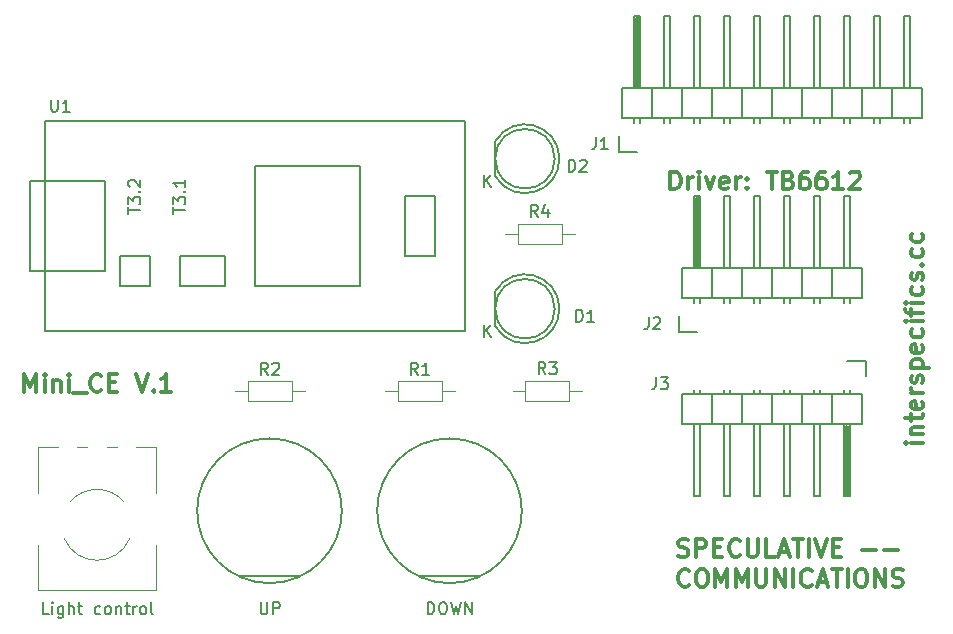
<source format=gbr>
G04 #@! TF.FileFunction,Legend,Top*
%FSLAX46Y46*%
G04 Gerber Fmt 4.6, Leading zero omitted, Abs format (unit mm)*
G04 Created by KiCad (PCBNEW 4.0.7) date 2018 April 09, Monday 11:43:40*
%MOMM*%
%LPD*%
G01*
G04 APERTURE LIST*
%ADD10C,0.100000*%
%ADD11C,0.300000*%
%ADD12C,0.150000*%
%ADD13C,0.120000*%
G04 APERTURE END LIST*
D10*
D11*
X149480002Y-103548571D02*
X149480002Y-102048571D01*
X149837145Y-102048571D01*
X150051430Y-102120000D01*
X150194288Y-102262857D01*
X150265716Y-102405714D01*
X150337145Y-102691429D01*
X150337145Y-102905714D01*
X150265716Y-103191429D01*
X150194288Y-103334286D01*
X150051430Y-103477143D01*
X149837145Y-103548571D01*
X149480002Y-103548571D01*
X150980002Y-103548571D02*
X150980002Y-102548571D01*
X150980002Y-102834286D02*
X151051430Y-102691429D01*
X151122859Y-102620000D01*
X151265716Y-102548571D01*
X151408573Y-102548571D01*
X151908573Y-103548571D02*
X151908573Y-102548571D01*
X151908573Y-102048571D02*
X151837144Y-102120000D01*
X151908573Y-102191429D01*
X151980001Y-102120000D01*
X151908573Y-102048571D01*
X151908573Y-102191429D01*
X152480002Y-102548571D02*
X152837145Y-103548571D01*
X153194287Y-102548571D01*
X154337144Y-103477143D02*
X154194287Y-103548571D01*
X153908573Y-103548571D01*
X153765716Y-103477143D01*
X153694287Y-103334286D01*
X153694287Y-102762857D01*
X153765716Y-102620000D01*
X153908573Y-102548571D01*
X154194287Y-102548571D01*
X154337144Y-102620000D01*
X154408573Y-102762857D01*
X154408573Y-102905714D01*
X153694287Y-103048571D01*
X155051430Y-103548571D02*
X155051430Y-102548571D01*
X155051430Y-102834286D02*
X155122858Y-102691429D01*
X155194287Y-102620000D01*
X155337144Y-102548571D01*
X155480001Y-102548571D01*
X155980001Y-103405714D02*
X156051429Y-103477143D01*
X155980001Y-103548571D01*
X155908572Y-103477143D01*
X155980001Y-103405714D01*
X155980001Y-103548571D01*
X155980001Y-102620000D02*
X156051429Y-102691429D01*
X155980001Y-102762857D01*
X155908572Y-102691429D01*
X155980001Y-102620000D01*
X155980001Y-102762857D01*
X157622858Y-102048571D02*
X158480001Y-102048571D01*
X158051430Y-103548571D02*
X158051430Y-102048571D01*
X159480001Y-102762857D02*
X159694287Y-102834286D01*
X159765715Y-102905714D01*
X159837144Y-103048571D01*
X159837144Y-103262857D01*
X159765715Y-103405714D01*
X159694287Y-103477143D01*
X159551429Y-103548571D01*
X158980001Y-103548571D01*
X158980001Y-102048571D01*
X159480001Y-102048571D01*
X159622858Y-102120000D01*
X159694287Y-102191429D01*
X159765715Y-102334286D01*
X159765715Y-102477143D01*
X159694287Y-102620000D01*
X159622858Y-102691429D01*
X159480001Y-102762857D01*
X158980001Y-102762857D01*
X161122858Y-102048571D02*
X160837144Y-102048571D01*
X160694287Y-102120000D01*
X160622858Y-102191429D01*
X160480001Y-102405714D01*
X160408572Y-102691429D01*
X160408572Y-103262857D01*
X160480001Y-103405714D01*
X160551429Y-103477143D01*
X160694287Y-103548571D01*
X160980001Y-103548571D01*
X161122858Y-103477143D01*
X161194287Y-103405714D01*
X161265715Y-103262857D01*
X161265715Y-102905714D01*
X161194287Y-102762857D01*
X161122858Y-102691429D01*
X160980001Y-102620000D01*
X160694287Y-102620000D01*
X160551429Y-102691429D01*
X160480001Y-102762857D01*
X160408572Y-102905714D01*
X162551429Y-102048571D02*
X162265715Y-102048571D01*
X162122858Y-102120000D01*
X162051429Y-102191429D01*
X161908572Y-102405714D01*
X161837143Y-102691429D01*
X161837143Y-103262857D01*
X161908572Y-103405714D01*
X161980000Y-103477143D01*
X162122858Y-103548571D01*
X162408572Y-103548571D01*
X162551429Y-103477143D01*
X162622858Y-103405714D01*
X162694286Y-103262857D01*
X162694286Y-102905714D01*
X162622858Y-102762857D01*
X162551429Y-102691429D01*
X162408572Y-102620000D01*
X162122858Y-102620000D01*
X161980000Y-102691429D01*
X161908572Y-102762857D01*
X161837143Y-102905714D01*
X164122857Y-103548571D02*
X163265714Y-103548571D01*
X163694286Y-103548571D02*
X163694286Y-102048571D01*
X163551429Y-102262857D01*
X163408571Y-102405714D01*
X163265714Y-102477143D01*
X164694285Y-102191429D02*
X164765714Y-102120000D01*
X164908571Y-102048571D01*
X165265714Y-102048571D01*
X165408571Y-102120000D01*
X165480000Y-102191429D01*
X165551428Y-102334286D01*
X165551428Y-102477143D01*
X165480000Y-102691429D01*
X164622857Y-103548571D01*
X165551428Y-103548571D01*
X94786429Y-120693571D02*
X94786429Y-119193571D01*
X95286429Y-120265000D01*
X95786429Y-119193571D01*
X95786429Y-120693571D01*
X96500715Y-120693571D02*
X96500715Y-119693571D01*
X96500715Y-119193571D02*
X96429286Y-119265000D01*
X96500715Y-119336429D01*
X96572143Y-119265000D01*
X96500715Y-119193571D01*
X96500715Y-119336429D01*
X97215001Y-119693571D02*
X97215001Y-120693571D01*
X97215001Y-119836429D02*
X97286429Y-119765000D01*
X97429287Y-119693571D01*
X97643572Y-119693571D01*
X97786429Y-119765000D01*
X97857858Y-119907857D01*
X97857858Y-120693571D01*
X98572144Y-120693571D02*
X98572144Y-119693571D01*
X98572144Y-119193571D02*
X98500715Y-119265000D01*
X98572144Y-119336429D01*
X98643572Y-119265000D01*
X98572144Y-119193571D01*
X98572144Y-119336429D01*
X98929287Y-120836429D02*
X100072144Y-120836429D01*
X101286430Y-120550714D02*
X101215001Y-120622143D01*
X101000715Y-120693571D01*
X100857858Y-120693571D01*
X100643573Y-120622143D01*
X100500715Y-120479286D01*
X100429287Y-120336429D01*
X100357858Y-120050714D01*
X100357858Y-119836429D01*
X100429287Y-119550714D01*
X100500715Y-119407857D01*
X100643573Y-119265000D01*
X100857858Y-119193571D01*
X101000715Y-119193571D01*
X101215001Y-119265000D01*
X101286430Y-119336429D01*
X101929287Y-119907857D02*
X102429287Y-119907857D01*
X102643573Y-120693571D02*
X101929287Y-120693571D01*
X101929287Y-119193571D01*
X102643573Y-119193571D01*
X104215001Y-119193571D02*
X104715001Y-120693571D01*
X105215001Y-119193571D01*
X105715001Y-120550714D02*
X105786429Y-120622143D01*
X105715001Y-120693571D01*
X105643572Y-120622143D01*
X105715001Y-120550714D01*
X105715001Y-120693571D01*
X107215001Y-120693571D02*
X106357858Y-120693571D01*
X106786430Y-120693571D02*
X106786430Y-119193571D01*
X106643573Y-119407857D01*
X106500715Y-119550714D01*
X106357858Y-119622143D01*
X170858571Y-125026428D02*
X169858571Y-125026428D01*
X169358571Y-125026428D02*
X169430000Y-125097857D01*
X169501429Y-125026428D01*
X169430000Y-124955000D01*
X169358571Y-125026428D01*
X169501429Y-125026428D01*
X169858571Y-124312142D02*
X170858571Y-124312142D01*
X170001429Y-124312142D02*
X169930000Y-124240714D01*
X169858571Y-124097856D01*
X169858571Y-123883571D01*
X169930000Y-123740714D01*
X170072857Y-123669285D01*
X170858571Y-123669285D01*
X169858571Y-123169285D02*
X169858571Y-122597856D01*
X169358571Y-122954999D02*
X170644286Y-122954999D01*
X170787143Y-122883571D01*
X170858571Y-122740713D01*
X170858571Y-122597856D01*
X170787143Y-121526428D02*
X170858571Y-121669285D01*
X170858571Y-121954999D01*
X170787143Y-122097856D01*
X170644286Y-122169285D01*
X170072857Y-122169285D01*
X169930000Y-122097856D01*
X169858571Y-121954999D01*
X169858571Y-121669285D01*
X169930000Y-121526428D01*
X170072857Y-121454999D01*
X170215714Y-121454999D01*
X170358571Y-122169285D01*
X170858571Y-120812142D02*
X169858571Y-120812142D01*
X170144286Y-120812142D02*
X170001429Y-120740714D01*
X169930000Y-120669285D01*
X169858571Y-120526428D01*
X169858571Y-120383571D01*
X170787143Y-119955000D02*
X170858571Y-119812143D01*
X170858571Y-119526428D01*
X170787143Y-119383571D01*
X170644286Y-119312143D01*
X170572857Y-119312143D01*
X170430000Y-119383571D01*
X170358571Y-119526428D01*
X170358571Y-119740714D01*
X170287143Y-119883571D01*
X170144286Y-119955000D01*
X170072857Y-119955000D01*
X169930000Y-119883571D01*
X169858571Y-119740714D01*
X169858571Y-119526428D01*
X169930000Y-119383571D01*
X169858571Y-118669285D02*
X171358571Y-118669285D01*
X169930000Y-118669285D02*
X169858571Y-118526428D01*
X169858571Y-118240714D01*
X169930000Y-118097857D01*
X170001429Y-118026428D01*
X170144286Y-117954999D01*
X170572857Y-117954999D01*
X170715714Y-118026428D01*
X170787143Y-118097857D01*
X170858571Y-118240714D01*
X170858571Y-118526428D01*
X170787143Y-118669285D01*
X170787143Y-116740714D02*
X170858571Y-116883571D01*
X170858571Y-117169285D01*
X170787143Y-117312142D01*
X170644286Y-117383571D01*
X170072857Y-117383571D01*
X169930000Y-117312142D01*
X169858571Y-117169285D01*
X169858571Y-116883571D01*
X169930000Y-116740714D01*
X170072857Y-116669285D01*
X170215714Y-116669285D01*
X170358571Y-117383571D01*
X170787143Y-115383571D02*
X170858571Y-115526428D01*
X170858571Y-115812142D01*
X170787143Y-115955000D01*
X170715714Y-116026428D01*
X170572857Y-116097857D01*
X170144286Y-116097857D01*
X170001429Y-116026428D01*
X169930000Y-115955000D01*
X169858571Y-115812142D01*
X169858571Y-115526428D01*
X169930000Y-115383571D01*
X170858571Y-114740714D02*
X169858571Y-114740714D01*
X169358571Y-114740714D02*
X169430000Y-114812143D01*
X169501429Y-114740714D01*
X169430000Y-114669286D01*
X169358571Y-114740714D01*
X169501429Y-114740714D01*
X169858571Y-114240714D02*
X169858571Y-113669285D01*
X170858571Y-114026428D02*
X169572857Y-114026428D01*
X169430000Y-113955000D01*
X169358571Y-113812142D01*
X169358571Y-113669285D01*
X170858571Y-113169285D02*
X169858571Y-113169285D01*
X169358571Y-113169285D02*
X169430000Y-113240714D01*
X169501429Y-113169285D01*
X169430000Y-113097857D01*
X169358571Y-113169285D01*
X169501429Y-113169285D01*
X170787143Y-111812142D02*
X170858571Y-111954999D01*
X170858571Y-112240713D01*
X170787143Y-112383571D01*
X170715714Y-112454999D01*
X170572857Y-112526428D01*
X170144286Y-112526428D01*
X170001429Y-112454999D01*
X169930000Y-112383571D01*
X169858571Y-112240713D01*
X169858571Y-111954999D01*
X169930000Y-111812142D01*
X170787143Y-111240714D02*
X170858571Y-111097857D01*
X170858571Y-110812142D01*
X170787143Y-110669285D01*
X170644286Y-110597857D01*
X170572857Y-110597857D01*
X170430000Y-110669285D01*
X170358571Y-110812142D01*
X170358571Y-111026428D01*
X170287143Y-111169285D01*
X170144286Y-111240714D01*
X170072857Y-111240714D01*
X169930000Y-111169285D01*
X169858571Y-111026428D01*
X169858571Y-110812142D01*
X169930000Y-110669285D01*
X170715714Y-109954999D02*
X170787143Y-109883571D01*
X170858571Y-109954999D01*
X170787143Y-110026428D01*
X170715714Y-109954999D01*
X170858571Y-109954999D01*
X170787143Y-108597856D02*
X170858571Y-108740713D01*
X170858571Y-109026427D01*
X170787143Y-109169285D01*
X170715714Y-109240713D01*
X170572857Y-109312142D01*
X170144286Y-109312142D01*
X170001429Y-109240713D01*
X169930000Y-109169285D01*
X169858571Y-109026427D01*
X169858571Y-108740713D01*
X169930000Y-108597856D01*
X170787143Y-107312142D02*
X170858571Y-107454999D01*
X170858571Y-107740713D01*
X170787143Y-107883571D01*
X170715714Y-107954999D01*
X170572857Y-108026428D01*
X170144286Y-108026428D01*
X170001429Y-107954999D01*
X169930000Y-107883571D01*
X169858571Y-107740713D01*
X169858571Y-107454999D01*
X169930000Y-107312142D01*
X150145714Y-134587143D02*
X150360000Y-134658571D01*
X150717143Y-134658571D01*
X150860000Y-134587143D01*
X150931429Y-134515714D01*
X151002857Y-134372857D01*
X151002857Y-134230000D01*
X150931429Y-134087143D01*
X150860000Y-134015714D01*
X150717143Y-133944286D01*
X150431429Y-133872857D01*
X150288571Y-133801429D01*
X150217143Y-133730000D01*
X150145714Y-133587143D01*
X150145714Y-133444286D01*
X150217143Y-133301429D01*
X150288571Y-133230000D01*
X150431429Y-133158571D01*
X150788571Y-133158571D01*
X151002857Y-133230000D01*
X151645714Y-134658571D02*
X151645714Y-133158571D01*
X152217142Y-133158571D01*
X152360000Y-133230000D01*
X152431428Y-133301429D01*
X152502857Y-133444286D01*
X152502857Y-133658571D01*
X152431428Y-133801429D01*
X152360000Y-133872857D01*
X152217142Y-133944286D01*
X151645714Y-133944286D01*
X153145714Y-133872857D02*
X153645714Y-133872857D01*
X153860000Y-134658571D02*
X153145714Y-134658571D01*
X153145714Y-133158571D01*
X153860000Y-133158571D01*
X155360000Y-134515714D02*
X155288571Y-134587143D01*
X155074285Y-134658571D01*
X154931428Y-134658571D01*
X154717143Y-134587143D01*
X154574285Y-134444286D01*
X154502857Y-134301429D01*
X154431428Y-134015714D01*
X154431428Y-133801429D01*
X154502857Y-133515714D01*
X154574285Y-133372857D01*
X154717143Y-133230000D01*
X154931428Y-133158571D01*
X155074285Y-133158571D01*
X155288571Y-133230000D01*
X155360000Y-133301429D01*
X156002857Y-133158571D02*
X156002857Y-134372857D01*
X156074285Y-134515714D01*
X156145714Y-134587143D01*
X156288571Y-134658571D01*
X156574285Y-134658571D01*
X156717143Y-134587143D01*
X156788571Y-134515714D01*
X156860000Y-134372857D01*
X156860000Y-133158571D01*
X158288572Y-134658571D02*
X157574286Y-134658571D01*
X157574286Y-133158571D01*
X158717143Y-134230000D02*
X159431429Y-134230000D01*
X158574286Y-134658571D02*
X159074286Y-133158571D01*
X159574286Y-134658571D01*
X159860000Y-133158571D02*
X160717143Y-133158571D01*
X160288572Y-134658571D02*
X160288572Y-133158571D01*
X161217143Y-134658571D02*
X161217143Y-133158571D01*
X161717143Y-133158571D02*
X162217143Y-134658571D01*
X162717143Y-133158571D01*
X163217143Y-133872857D02*
X163717143Y-133872857D01*
X163931429Y-134658571D02*
X163217143Y-134658571D01*
X163217143Y-133158571D01*
X163931429Y-133158571D01*
X165717143Y-134087143D02*
X166860000Y-134087143D01*
X167574286Y-134087143D02*
X168717143Y-134087143D01*
X151074286Y-137065714D02*
X151002857Y-137137143D01*
X150788571Y-137208571D01*
X150645714Y-137208571D01*
X150431429Y-137137143D01*
X150288571Y-136994286D01*
X150217143Y-136851429D01*
X150145714Y-136565714D01*
X150145714Y-136351429D01*
X150217143Y-136065714D01*
X150288571Y-135922857D01*
X150431429Y-135780000D01*
X150645714Y-135708571D01*
X150788571Y-135708571D01*
X151002857Y-135780000D01*
X151074286Y-135851429D01*
X152002857Y-135708571D02*
X152288571Y-135708571D01*
X152431429Y-135780000D01*
X152574286Y-135922857D01*
X152645714Y-136208571D01*
X152645714Y-136708571D01*
X152574286Y-136994286D01*
X152431429Y-137137143D01*
X152288571Y-137208571D01*
X152002857Y-137208571D01*
X151860000Y-137137143D01*
X151717143Y-136994286D01*
X151645714Y-136708571D01*
X151645714Y-136208571D01*
X151717143Y-135922857D01*
X151860000Y-135780000D01*
X152002857Y-135708571D01*
X153288572Y-137208571D02*
X153288572Y-135708571D01*
X153788572Y-136780000D01*
X154288572Y-135708571D01*
X154288572Y-137208571D01*
X155002858Y-137208571D02*
X155002858Y-135708571D01*
X155502858Y-136780000D01*
X156002858Y-135708571D01*
X156002858Y-137208571D01*
X156717144Y-135708571D02*
X156717144Y-136922857D01*
X156788572Y-137065714D01*
X156860001Y-137137143D01*
X157002858Y-137208571D01*
X157288572Y-137208571D01*
X157431430Y-137137143D01*
X157502858Y-137065714D01*
X157574287Y-136922857D01*
X157574287Y-135708571D01*
X158288573Y-137208571D02*
X158288573Y-135708571D01*
X159145716Y-137208571D01*
X159145716Y-135708571D01*
X159860002Y-137208571D02*
X159860002Y-135708571D01*
X161431431Y-137065714D02*
X161360002Y-137137143D01*
X161145716Y-137208571D01*
X161002859Y-137208571D01*
X160788574Y-137137143D01*
X160645716Y-136994286D01*
X160574288Y-136851429D01*
X160502859Y-136565714D01*
X160502859Y-136351429D01*
X160574288Y-136065714D01*
X160645716Y-135922857D01*
X160788574Y-135780000D01*
X161002859Y-135708571D01*
X161145716Y-135708571D01*
X161360002Y-135780000D01*
X161431431Y-135851429D01*
X162002859Y-136780000D02*
X162717145Y-136780000D01*
X161860002Y-137208571D02*
X162360002Y-135708571D01*
X162860002Y-137208571D01*
X163145716Y-135708571D02*
X164002859Y-135708571D01*
X163574288Y-137208571D02*
X163574288Y-135708571D01*
X164502859Y-137208571D02*
X164502859Y-135708571D01*
X165502859Y-135708571D02*
X165788573Y-135708571D01*
X165931431Y-135780000D01*
X166074288Y-135922857D01*
X166145716Y-136208571D01*
X166145716Y-136708571D01*
X166074288Y-136994286D01*
X165931431Y-137137143D01*
X165788573Y-137208571D01*
X165502859Y-137208571D01*
X165360002Y-137137143D01*
X165217145Y-136994286D01*
X165145716Y-136708571D01*
X165145716Y-136208571D01*
X165217145Y-135922857D01*
X165360002Y-135780000D01*
X165502859Y-135708571D01*
X166788574Y-137208571D02*
X166788574Y-135708571D01*
X167645717Y-137208571D01*
X167645717Y-135708571D01*
X168288574Y-137137143D02*
X168502860Y-137208571D01*
X168860003Y-137208571D01*
X169002860Y-137137143D01*
X169074289Y-137065714D01*
X169145717Y-136922857D01*
X169145717Y-136780000D01*
X169074289Y-136637143D01*
X169002860Y-136565714D01*
X168860003Y-136494286D01*
X168574289Y-136422857D01*
X168431431Y-136351429D01*
X168360003Y-136280000D01*
X168288574Y-136137143D01*
X168288574Y-135994286D01*
X168360003Y-135851429D01*
X168431431Y-135780000D01*
X168574289Y-135708571D01*
X168931431Y-135708571D01*
X169145717Y-135780000D01*
D12*
X150215000Y-115600000D02*
X151765000Y-115600000D01*
X150215000Y-114300000D02*
X150215000Y-115600000D01*
X151638000Y-110109000D02*
X151638000Y-104267000D01*
X151638000Y-104267000D02*
X151892000Y-104267000D01*
X151892000Y-104267000D02*
X151892000Y-110109000D01*
X151892000Y-110109000D02*
X151765000Y-110109000D01*
X151765000Y-110109000D02*
X151765000Y-104267000D01*
X151511000Y-112776000D02*
X151511000Y-113157000D01*
X152019000Y-112776000D02*
X152019000Y-113157000D01*
X154051000Y-112776000D02*
X154051000Y-113157000D01*
X154559000Y-112776000D02*
X154559000Y-113157000D01*
X156591000Y-112776000D02*
X156591000Y-113157000D01*
X157099000Y-112776000D02*
X157099000Y-113157000D01*
X164719000Y-112776000D02*
X164719000Y-113157000D01*
X164211000Y-112776000D02*
X164211000Y-113157000D01*
X162179000Y-112776000D02*
X162179000Y-113157000D01*
X161671000Y-112776000D02*
X161671000Y-113157000D01*
X159639000Y-112776000D02*
X159639000Y-113157000D01*
X159131000Y-112776000D02*
X159131000Y-113157000D01*
X150495000Y-112776000D02*
X150495000Y-110236000D01*
X153035000Y-112776000D02*
X153035000Y-110236000D01*
X153035000Y-112776000D02*
X155575000Y-112776000D01*
X155575000Y-112776000D02*
X155575000Y-110236000D01*
X154051000Y-110236000D02*
X154051000Y-104140000D01*
X154051000Y-104140000D02*
X154559000Y-104140000D01*
X154559000Y-104140000D02*
X154559000Y-110236000D01*
X155575000Y-110236000D02*
X153035000Y-110236000D01*
X153035000Y-110236000D02*
X150495000Y-110236000D01*
X152019000Y-104140000D02*
X152019000Y-110236000D01*
X151511000Y-104140000D02*
X152019000Y-104140000D01*
X151511000Y-110236000D02*
X151511000Y-104140000D01*
X153035000Y-112776000D02*
X153035000Y-110236000D01*
X150495000Y-112776000D02*
X153035000Y-112776000D01*
X160655000Y-112776000D02*
X160655000Y-110236000D01*
X160655000Y-112776000D02*
X163195000Y-112776000D01*
X163195000Y-112776000D02*
X163195000Y-110236000D01*
X161671000Y-110236000D02*
X161671000Y-104140000D01*
X161671000Y-104140000D02*
X162179000Y-104140000D01*
X162179000Y-104140000D02*
X162179000Y-110236000D01*
X163195000Y-110236000D02*
X160655000Y-110236000D01*
X165735000Y-110236000D02*
X163195000Y-110236000D01*
X164719000Y-104140000D02*
X164719000Y-110236000D01*
X164211000Y-104140000D02*
X164719000Y-104140000D01*
X164211000Y-110236000D02*
X164211000Y-104140000D01*
X165735000Y-112776000D02*
X165735000Y-110236000D01*
X163195000Y-112776000D02*
X165735000Y-112776000D01*
X163195000Y-112776000D02*
X163195000Y-110236000D01*
X158115000Y-112776000D02*
X158115000Y-110236000D01*
X158115000Y-112776000D02*
X160655000Y-112776000D01*
X160655000Y-112776000D02*
X160655000Y-110236000D01*
X159131000Y-110236000D02*
X159131000Y-104140000D01*
X159131000Y-104140000D02*
X159639000Y-104140000D01*
X159639000Y-104140000D02*
X159639000Y-110236000D01*
X160655000Y-110236000D02*
X158115000Y-110236000D01*
X158115000Y-110236000D02*
X155575000Y-110236000D01*
X157099000Y-104140000D02*
X157099000Y-110236000D01*
X156591000Y-104140000D02*
X157099000Y-104140000D01*
X156591000Y-110236000D02*
X156591000Y-104140000D01*
X158115000Y-112776000D02*
X158115000Y-110236000D01*
X155575000Y-112776000D02*
X158115000Y-112776000D01*
X155575000Y-112776000D02*
X155575000Y-110236000D01*
X145135000Y-100360000D02*
X146685000Y-100360000D01*
X145135000Y-99060000D02*
X145135000Y-100360000D01*
X146558000Y-94869000D02*
X146558000Y-89027000D01*
X146558000Y-89027000D02*
X146812000Y-89027000D01*
X146812000Y-89027000D02*
X146812000Y-94869000D01*
X146812000Y-94869000D02*
X146685000Y-94869000D01*
X146685000Y-94869000D02*
X146685000Y-89027000D01*
X164211000Y-97536000D02*
X164211000Y-97917000D01*
X164719000Y-97536000D02*
X164719000Y-97917000D01*
X166751000Y-97536000D02*
X166751000Y-97917000D01*
X167259000Y-97536000D02*
X167259000Y-97917000D01*
X169291000Y-97536000D02*
X169291000Y-97917000D01*
X169799000Y-97536000D02*
X169799000Y-97917000D01*
X146431000Y-97536000D02*
X146431000Y-97917000D01*
X146939000Y-97536000D02*
X146939000Y-97917000D01*
X148971000Y-97536000D02*
X148971000Y-97917000D01*
X149479000Y-97536000D02*
X149479000Y-97917000D01*
X151511000Y-97536000D02*
X151511000Y-97917000D01*
X152019000Y-97536000D02*
X152019000Y-97917000D01*
X162179000Y-97536000D02*
X162179000Y-97917000D01*
X161671000Y-97536000D02*
X161671000Y-97917000D01*
X159639000Y-97536000D02*
X159639000Y-97917000D01*
X159131000Y-97536000D02*
X159131000Y-97917000D01*
X157099000Y-97536000D02*
X157099000Y-97917000D01*
X156591000Y-97536000D02*
X156591000Y-97917000D01*
X154559000Y-97536000D02*
X154559000Y-97917000D01*
X154051000Y-97536000D02*
X154051000Y-97917000D01*
X160655000Y-97536000D02*
X160655000Y-94996000D01*
X160655000Y-97536000D02*
X163195000Y-97536000D01*
X163195000Y-97536000D02*
X163195000Y-94996000D01*
X161671000Y-94996000D02*
X161671000Y-88900000D01*
X161671000Y-88900000D02*
X162179000Y-88900000D01*
X162179000Y-88900000D02*
X162179000Y-94996000D01*
X163195000Y-94996000D02*
X160655000Y-94996000D01*
X165735000Y-94996000D02*
X163195000Y-94996000D01*
X164719000Y-88900000D02*
X164719000Y-94996000D01*
X164211000Y-88900000D02*
X164719000Y-88900000D01*
X164211000Y-94996000D02*
X164211000Y-88900000D01*
X165735000Y-97536000D02*
X165735000Y-94996000D01*
X163195000Y-97536000D02*
X165735000Y-97536000D01*
X163195000Y-97536000D02*
X163195000Y-94996000D01*
X168275000Y-97536000D02*
X168275000Y-94996000D01*
X168275000Y-97536000D02*
X170815000Y-97536000D01*
X169291000Y-94996000D02*
X169291000Y-88900000D01*
X169291000Y-88900000D02*
X169799000Y-88900000D01*
X169799000Y-88900000D02*
X169799000Y-94996000D01*
X170815000Y-94996000D02*
X168275000Y-94996000D01*
X168275000Y-94996000D02*
X165735000Y-94996000D01*
X167259000Y-88900000D02*
X167259000Y-94996000D01*
X166751000Y-88900000D02*
X167259000Y-88900000D01*
X166751000Y-94996000D02*
X166751000Y-88900000D01*
X168275000Y-97536000D02*
X168275000Y-94996000D01*
X165735000Y-97536000D02*
X168275000Y-97536000D01*
X165735000Y-97536000D02*
X165735000Y-94996000D01*
X170815000Y-97536000D02*
X170815000Y-94996000D01*
X145415000Y-97536000D02*
X145415000Y-94996000D01*
X147955000Y-97536000D02*
X147955000Y-94996000D01*
X147955000Y-97536000D02*
X150495000Y-97536000D01*
X150495000Y-97536000D02*
X150495000Y-94996000D01*
X148971000Y-94996000D02*
X148971000Y-88900000D01*
X148971000Y-88900000D02*
X149479000Y-88900000D01*
X149479000Y-88900000D02*
X149479000Y-94996000D01*
X150495000Y-94996000D02*
X147955000Y-94996000D01*
X147955000Y-94996000D02*
X145415000Y-94996000D01*
X146939000Y-88900000D02*
X146939000Y-94996000D01*
X146431000Y-88900000D02*
X146939000Y-88900000D01*
X146431000Y-94996000D02*
X146431000Y-88900000D01*
X147955000Y-97536000D02*
X147955000Y-94996000D01*
X145415000Y-97536000D02*
X147955000Y-97536000D01*
X155575000Y-97536000D02*
X155575000Y-94996000D01*
X155575000Y-97536000D02*
X158115000Y-97536000D01*
X158115000Y-97536000D02*
X158115000Y-94996000D01*
X156591000Y-94996000D02*
X156591000Y-88900000D01*
X156591000Y-88900000D02*
X157099000Y-88900000D01*
X157099000Y-88900000D02*
X157099000Y-94996000D01*
X158115000Y-94996000D02*
X155575000Y-94996000D01*
X160655000Y-94996000D02*
X158115000Y-94996000D01*
X159639000Y-88900000D02*
X159639000Y-94996000D01*
X159131000Y-88900000D02*
X159639000Y-88900000D01*
X159131000Y-94996000D02*
X159131000Y-88900000D01*
X160655000Y-97536000D02*
X160655000Y-94996000D01*
X158115000Y-97536000D02*
X160655000Y-97536000D01*
X158115000Y-97536000D02*
X158115000Y-94996000D01*
X153035000Y-97536000D02*
X153035000Y-94996000D01*
X153035000Y-97536000D02*
X155575000Y-97536000D01*
X155575000Y-97536000D02*
X155575000Y-94996000D01*
X154051000Y-94996000D02*
X154051000Y-88900000D01*
X154051000Y-88900000D02*
X154559000Y-88900000D01*
X154559000Y-88900000D02*
X154559000Y-94996000D01*
X155575000Y-94996000D02*
X153035000Y-94996000D01*
X153035000Y-94996000D02*
X150495000Y-94996000D01*
X152019000Y-88900000D02*
X152019000Y-94996000D01*
X151511000Y-88900000D02*
X152019000Y-88900000D01*
X151511000Y-94996000D02*
X151511000Y-88900000D01*
X153035000Y-97536000D02*
X153035000Y-94996000D01*
X150495000Y-97536000D02*
X153035000Y-97536000D01*
X150495000Y-97536000D02*
X150495000Y-94996000D01*
X134675112Y-115189904D02*
G75*
G03X134660000Y-112165000I2484888J1524904D01*
G01*
X134660000Y-115165000D02*
X134660000Y-112165000D01*
X139677936Y-113665000D02*
G75*
G03X139677936Y-113665000I-2517936J0D01*
G01*
X134675112Y-102489904D02*
G75*
G03X134660000Y-99465000I2484888J1524904D01*
G01*
X134660000Y-102465000D02*
X134660000Y-99465000D01*
X139677936Y-100965000D02*
G75*
G03X139677936Y-100965000I-2517936J0D01*
G01*
D13*
X126410000Y-119790000D02*
X126410000Y-121510000D01*
X126410000Y-121510000D02*
X130130000Y-121510000D01*
X130130000Y-121510000D02*
X130130000Y-119790000D01*
X130130000Y-119790000D02*
X126410000Y-119790000D01*
X125340000Y-120650000D02*
X126410000Y-120650000D01*
X131200000Y-120650000D02*
X130130000Y-120650000D01*
X113710000Y-119790000D02*
X113710000Y-121510000D01*
X113710000Y-121510000D02*
X117430000Y-121510000D01*
X117430000Y-121510000D02*
X117430000Y-119790000D01*
X117430000Y-119790000D02*
X113710000Y-119790000D01*
X112640000Y-120650000D02*
X113710000Y-120650000D01*
X118500000Y-120650000D02*
X117430000Y-120650000D01*
X140925000Y-121510000D02*
X140925000Y-119790000D01*
X140925000Y-119790000D02*
X137205000Y-119790000D01*
X137205000Y-119790000D02*
X137205000Y-121510000D01*
X137205000Y-121510000D02*
X140925000Y-121510000D01*
X141995000Y-120650000D02*
X140925000Y-120650000D01*
X136135000Y-120650000D02*
X137205000Y-120650000D01*
X140290000Y-108175000D02*
X140290000Y-106455000D01*
X140290000Y-106455000D02*
X136570000Y-106455000D01*
X136570000Y-106455000D02*
X136570000Y-108175000D01*
X136570000Y-108175000D02*
X140290000Y-108175000D01*
X141360000Y-107315000D02*
X140290000Y-107315000D01*
X135500000Y-107315000D02*
X136570000Y-107315000D01*
X103687432Y-133131982D02*
G75*
G02X98163000Y-133133000I-2762432J1171982D01*
G01*
X98627247Y-130031705D02*
G75*
G02X103223000Y-130032000I2297753J-1928295D01*
G01*
X105886000Y-125400000D02*
X105886000Y-129266000D01*
X105886000Y-133655000D02*
X105886000Y-137520000D01*
X95965000Y-125400000D02*
X95965000Y-129266000D01*
X95965000Y-133655000D02*
X95965000Y-137520000D01*
X105886000Y-125400000D02*
X104250000Y-125400000D01*
X102600000Y-125400000D02*
X101750000Y-125400000D01*
X100100000Y-125400000D02*
X99250000Y-125400000D01*
X97600000Y-125400000D02*
X95965000Y-125400000D01*
X105886000Y-137520000D02*
X95965000Y-137520000D01*
D12*
X136895000Y-130770000D02*
G75*
G03X136895000Y-130770000I-6125000J0D01*
G01*
X133370960Y-136319620D02*
X128169040Y-136319620D01*
X121655000Y-130770000D02*
G75*
G03X121655000Y-130770000I-6125000J0D01*
G01*
X118130960Y-136319620D02*
X112929040Y-136319620D01*
X96520000Y-110490000D02*
X95250000Y-110490000D01*
X95250000Y-110490000D02*
X95250000Y-102870000D01*
X95250000Y-102870000D02*
X96520000Y-102870000D01*
X107950000Y-111760000D02*
X111760000Y-111760000D01*
X111760000Y-111760000D02*
X111760000Y-109220000D01*
X111760000Y-109220000D02*
X107950000Y-109220000D01*
X107950000Y-109220000D02*
X107950000Y-111760000D01*
X101600000Y-110490000D02*
X101600000Y-102870000D01*
X101600000Y-102870000D02*
X96520000Y-102870000D01*
X101600000Y-110490000D02*
X96520000Y-110490000D01*
X102870000Y-111760000D02*
X105410000Y-111760000D01*
X105410000Y-111760000D02*
X105410000Y-109220000D01*
X105410000Y-109220000D02*
X102870000Y-109220000D01*
X102870000Y-109220000D02*
X102870000Y-111760000D01*
X129540000Y-104140000D02*
X129540000Y-109220000D01*
X129540000Y-109220000D02*
X127000000Y-109220000D01*
X127000000Y-109220000D02*
X127000000Y-104140000D01*
X127000000Y-104140000D02*
X129540000Y-104140000D01*
X123190000Y-111760000D02*
X123190000Y-101600000D01*
X114300000Y-101600000D02*
X114300000Y-111760000D01*
X123190000Y-101600000D02*
X114300000Y-101600000D01*
X123190000Y-111760000D02*
X114300000Y-111760000D01*
X96520000Y-97790000D02*
X132080000Y-97790000D01*
X132080000Y-97790000D02*
X132080000Y-115570000D01*
X132080000Y-115570000D02*
X96520000Y-115570000D01*
X96520000Y-115570000D02*
X96520000Y-97790000D01*
X166015000Y-118080000D02*
X164465000Y-118080000D01*
X166015000Y-119380000D02*
X166015000Y-118080000D01*
X164592000Y-123571000D02*
X164592000Y-129413000D01*
X164592000Y-129413000D02*
X164338000Y-129413000D01*
X164338000Y-129413000D02*
X164338000Y-123571000D01*
X164338000Y-123571000D02*
X164465000Y-123571000D01*
X164465000Y-123571000D02*
X164465000Y-129413000D01*
X164719000Y-120904000D02*
X164719000Y-120523000D01*
X164211000Y-120904000D02*
X164211000Y-120523000D01*
X162179000Y-120904000D02*
X162179000Y-120523000D01*
X161671000Y-120904000D02*
X161671000Y-120523000D01*
X159639000Y-120904000D02*
X159639000Y-120523000D01*
X159131000Y-120904000D02*
X159131000Y-120523000D01*
X151511000Y-120904000D02*
X151511000Y-120523000D01*
X152019000Y-120904000D02*
X152019000Y-120523000D01*
X154051000Y-120904000D02*
X154051000Y-120523000D01*
X154559000Y-120904000D02*
X154559000Y-120523000D01*
X156591000Y-120904000D02*
X156591000Y-120523000D01*
X157099000Y-120904000D02*
X157099000Y-120523000D01*
X165735000Y-120904000D02*
X165735000Y-123444000D01*
X163195000Y-120904000D02*
X163195000Y-123444000D01*
X163195000Y-120904000D02*
X160655000Y-120904000D01*
X160655000Y-120904000D02*
X160655000Y-123444000D01*
X162179000Y-123444000D02*
X162179000Y-129540000D01*
X162179000Y-129540000D02*
X161671000Y-129540000D01*
X161671000Y-129540000D02*
X161671000Y-123444000D01*
X160655000Y-123444000D02*
X163195000Y-123444000D01*
X163195000Y-123444000D02*
X165735000Y-123444000D01*
X164211000Y-129540000D02*
X164211000Y-123444000D01*
X164719000Y-129540000D02*
X164211000Y-129540000D01*
X164719000Y-123444000D02*
X164719000Y-129540000D01*
X163195000Y-120904000D02*
X163195000Y-123444000D01*
X165735000Y-120904000D02*
X163195000Y-120904000D01*
X155575000Y-120904000D02*
X155575000Y-123444000D01*
X155575000Y-120904000D02*
X153035000Y-120904000D01*
X153035000Y-120904000D02*
X153035000Y-123444000D01*
X154559000Y-123444000D02*
X154559000Y-129540000D01*
X154559000Y-129540000D02*
X154051000Y-129540000D01*
X154051000Y-129540000D02*
X154051000Y-123444000D01*
X153035000Y-123444000D02*
X155575000Y-123444000D01*
X150495000Y-123444000D02*
X153035000Y-123444000D01*
X151511000Y-129540000D02*
X151511000Y-123444000D01*
X152019000Y-129540000D02*
X151511000Y-129540000D01*
X152019000Y-123444000D02*
X152019000Y-129540000D01*
X150495000Y-120904000D02*
X150495000Y-123444000D01*
X153035000Y-120904000D02*
X150495000Y-120904000D01*
X153035000Y-120904000D02*
X153035000Y-123444000D01*
X158115000Y-120904000D02*
X158115000Y-123444000D01*
X158115000Y-120904000D02*
X155575000Y-120904000D01*
X155575000Y-120904000D02*
X155575000Y-123444000D01*
X157099000Y-123444000D02*
X157099000Y-129540000D01*
X157099000Y-129540000D02*
X156591000Y-129540000D01*
X156591000Y-129540000D02*
X156591000Y-123444000D01*
X155575000Y-123444000D02*
X158115000Y-123444000D01*
X158115000Y-123444000D02*
X160655000Y-123444000D01*
X159131000Y-129540000D02*
X159131000Y-123444000D01*
X159639000Y-129540000D02*
X159131000Y-129540000D01*
X159639000Y-123444000D02*
X159639000Y-129540000D01*
X158115000Y-120904000D02*
X158115000Y-123444000D01*
X160655000Y-120904000D02*
X158115000Y-120904000D01*
X160655000Y-120904000D02*
X160655000Y-123444000D01*
X147621667Y-114387381D02*
X147621667Y-115101667D01*
X147574047Y-115244524D01*
X147478809Y-115339762D01*
X147335952Y-115387381D01*
X147240714Y-115387381D01*
X148050238Y-114482619D02*
X148097857Y-114435000D01*
X148193095Y-114387381D01*
X148431191Y-114387381D01*
X148526429Y-114435000D01*
X148574048Y-114482619D01*
X148621667Y-114577857D01*
X148621667Y-114673095D01*
X148574048Y-114815952D01*
X148002619Y-115387381D01*
X148621667Y-115387381D01*
X143176667Y-99147381D02*
X143176667Y-99861667D01*
X143129047Y-100004524D01*
X143033809Y-100099762D01*
X142890952Y-100147381D01*
X142795714Y-100147381D01*
X144176667Y-100147381D02*
X143605238Y-100147381D01*
X143890952Y-100147381D02*
X143890952Y-99147381D01*
X143795714Y-99290238D01*
X143700476Y-99385476D01*
X143605238Y-99433095D01*
X141501905Y-114752381D02*
X141501905Y-113752381D01*
X141740000Y-113752381D01*
X141882858Y-113800000D01*
X141978096Y-113895238D01*
X142025715Y-113990476D01*
X142073334Y-114180952D01*
X142073334Y-114323810D01*
X142025715Y-114514286D01*
X141978096Y-114609524D01*
X141882858Y-114704762D01*
X141740000Y-114752381D01*
X141501905Y-114752381D01*
X143025715Y-114752381D02*
X142454286Y-114752381D01*
X142740000Y-114752381D02*
X142740000Y-113752381D01*
X142644762Y-113895238D01*
X142549524Y-113990476D01*
X142454286Y-114038095D01*
X133723095Y-116022381D02*
X133723095Y-115022381D01*
X134294524Y-116022381D02*
X133865952Y-115450952D01*
X134294524Y-115022381D02*
X133723095Y-115593810D01*
X140866905Y-102052381D02*
X140866905Y-101052381D01*
X141105000Y-101052381D01*
X141247858Y-101100000D01*
X141343096Y-101195238D01*
X141390715Y-101290476D01*
X141438334Y-101480952D01*
X141438334Y-101623810D01*
X141390715Y-101814286D01*
X141343096Y-101909524D01*
X141247858Y-102004762D01*
X141105000Y-102052381D01*
X140866905Y-102052381D01*
X141819286Y-101147619D02*
X141866905Y-101100000D01*
X141962143Y-101052381D01*
X142200239Y-101052381D01*
X142295477Y-101100000D01*
X142343096Y-101147619D01*
X142390715Y-101242857D01*
X142390715Y-101338095D01*
X142343096Y-101480952D01*
X141771667Y-102052381D01*
X142390715Y-102052381D01*
X133723095Y-103322381D02*
X133723095Y-102322381D01*
X134294524Y-103322381D02*
X133865952Y-102750952D01*
X134294524Y-102322381D02*
X133723095Y-102893810D01*
X128103334Y-119242381D02*
X127770000Y-118766190D01*
X127531905Y-119242381D02*
X127531905Y-118242381D01*
X127912858Y-118242381D01*
X128008096Y-118290000D01*
X128055715Y-118337619D01*
X128103334Y-118432857D01*
X128103334Y-118575714D01*
X128055715Y-118670952D01*
X128008096Y-118718571D01*
X127912858Y-118766190D01*
X127531905Y-118766190D01*
X129055715Y-119242381D02*
X128484286Y-119242381D01*
X128770000Y-119242381D02*
X128770000Y-118242381D01*
X128674762Y-118385238D01*
X128579524Y-118480476D01*
X128484286Y-118528095D01*
X115403334Y-119242381D02*
X115070000Y-118766190D01*
X114831905Y-119242381D02*
X114831905Y-118242381D01*
X115212858Y-118242381D01*
X115308096Y-118290000D01*
X115355715Y-118337619D01*
X115403334Y-118432857D01*
X115403334Y-118575714D01*
X115355715Y-118670952D01*
X115308096Y-118718571D01*
X115212858Y-118766190D01*
X114831905Y-118766190D01*
X115784286Y-118337619D02*
X115831905Y-118290000D01*
X115927143Y-118242381D01*
X116165239Y-118242381D01*
X116260477Y-118290000D01*
X116308096Y-118337619D01*
X116355715Y-118432857D01*
X116355715Y-118528095D01*
X116308096Y-118670952D01*
X115736667Y-119242381D01*
X116355715Y-119242381D01*
X138898334Y-119197381D02*
X138565000Y-118721190D01*
X138326905Y-119197381D02*
X138326905Y-118197381D01*
X138707858Y-118197381D01*
X138803096Y-118245000D01*
X138850715Y-118292619D01*
X138898334Y-118387857D01*
X138898334Y-118530714D01*
X138850715Y-118625952D01*
X138803096Y-118673571D01*
X138707858Y-118721190D01*
X138326905Y-118721190D01*
X139231667Y-118197381D02*
X139850715Y-118197381D01*
X139517381Y-118578333D01*
X139660239Y-118578333D01*
X139755477Y-118625952D01*
X139803096Y-118673571D01*
X139850715Y-118768810D01*
X139850715Y-119006905D01*
X139803096Y-119102143D01*
X139755477Y-119149762D01*
X139660239Y-119197381D01*
X139374524Y-119197381D01*
X139279286Y-119149762D01*
X139231667Y-119102143D01*
X138263334Y-105862381D02*
X137930000Y-105386190D01*
X137691905Y-105862381D02*
X137691905Y-104862381D01*
X138072858Y-104862381D01*
X138168096Y-104910000D01*
X138215715Y-104957619D01*
X138263334Y-105052857D01*
X138263334Y-105195714D01*
X138215715Y-105290952D01*
X138168096Y-105338571D01*
X138072858Y-105386190D01*
X137691905Y-105386190D01*
X139120477Y-105195714D02*
X139120477Y-105862381D01*
X138882381Y-104814762D02*
X138644286Y-105529048D01*
X139263334Y-105529048D01*
X96822142Y-139517381D02*
X96345951Y-139517381D01*
X96345951Y-138517381D01*
X97155475Y-139517381D02*
X97155475Y-138850714D01*
X97155475Y-138517381D02*
X97107856Y-138565000D01*
X97155475Y-138612619D01*
X97203094Y-138565000D01*
X97155475Y-138517381D01*
X97155475Y-138612619D01*
X98060237Y-138850714D02*
X98060237Y-139660238D01*
X98012618Y-139755476D01*
X97964999Y-139803095D01*
X97869760Y-139850714D01*
X97726903Y-139850714D01*
X97631665Y-139803095D01*
X98060237Y-139469762D02*
X97964999Y-139517381D01*
X97774522Y-139517381D01*
X97679284Y-139469762D01*
X97631665Y-139422143D01*
X97584046Y-139326905D01*
X97584046Y-139041190D01*
X97631665Y-138945952D01*
X97679284Y-138898333D01*
X97774522Y-138850714D01*
X97964999Y-138850714D01*
X98060237Y-138898333D01*
X98536427Y-139517381D02*
X98536427Y-138517381D01*
X98964999Y-139517381D02*
X98964999Y-138993571D01*
X98917380Y-138898333D01*
X98822142Y-138850714D01*
X98679284Y-138850714D01*
X98584046Y-138898333D01*
X98536427Y-138945952D01*
X99298332Y-138850714D02*
X99679284Y-138850714D01*
X99441189Y-138517381D02*
X99441189Y-139374524D01*
X99488808Y-139469762D01*
X99584046Y-139517381D01*
X99679284Y-139517381D01*
X101203095Y-139469762D02*
X101107857Y-139517381D01*
X100917380Y-139517381D01*
X100822142Y-139469762D01*
X100774523Y-139422143D01*
X100726904Y-139326905D01*
X100726904Y-139041190D01*
X100774523Y-138945952D01*
X100822142Y-138898333D01*
X100917380Y-138850714D01*
X101107857Y-138850714D01*
X101203095Y-138898333D01*
X101774523Y-139517381D02*
X101679285Y-139469762D01*
X101631666Y-139422143D01*
X101584047Y-139326905D01*
X101584047Y-139041190D01*
X101631666Y-138945952D01*
X101679285Y-138898333D01*
X101774523Y-138850714D01*
X101917381Y-138850714D01*
X102012619Y-138898333D01*
X102060238Y-138945952D01*
X102107857Y-139041190D01*
X102107857Y-139326905D01*
X102060238Y-139422143D01*
X102012619Y-139469762D01*
X101917381Y-139517381D01*
X101774523Y-139517381D01*
X102536428Y-138850714D02*
X102536428Y-139517381D01*
X102536428Y-138945952D02*
X102584047Y-138898333D01*
X102679285Y-138850714D01*
X102822143Y-138850714D01*
X102917381Y-138898333D01*
X102965000Y-138993571D01*
X102965000Y-139517381D01*
X103298333Y-138850714D02*
X103679285Y-138850714D01*
X103441190Y-138517381D02*
X103441190Y-139374524D01*
X103488809Y-139469762D01*
X103584047Y-139517381D01*
X103679285Y-139517381D01*
X104012619Y-139517381D02*
X104012619Y-138850714D01*
X104012619Y-139041190D02*
X104060238Y-138945952D01*
X104107857Y-138898333D01*
X104203095Y-138850714D01*
X104298334Y-138850714D01*
X104774524Y-139517381D02*
X104679286Y-139469762D01*
X104631667Y-139422143D01*
X104584048Y-139326905D01*
X104584048Y-139041190D01*
X104631667Y-138945952D01*
X104679286Y-138898333D01*
X104774524Y-138850714D01*
X104917382Y-138850714D01*
X105012620Y-138898333D01*
X105060239Y-138945952D01*
X105107858Y-139041190D01*
X105107858Y-139326905D01*
X105060239Y-139422143D01*
X105012620Y-139469762D01*
X104917382Y-139517381D01*
X104774524Y-139517381D01*
X105679286Y-139517381D02*
X105584048Y-139469762D01*
X105536429Y-139374524D01*
X105536429Y-138517381D01*
X128929048Y-139517381D02*
X128929048Y-138517381D01*
X129167143Y-138517381D01*
X129310001Y-138565000D01*
X129405239Y-138660238D01*
X129452858Y-138755476D01*
X129500477Y-138945952D01*
X129500477Y-139088810D01*
X129452858Y-139279286D01*
X129405239Y-139374524D01*
X129310001Y-139469762D01*
X129167143Y-139517381D01*
X128929048Y-139517381D01*
X130119524Y-138517381D02*
X130310001Y-138517381D01*
X130405239Y-138565000D01*
X130500477Y-138660238D01*
X130548096Y-138850714D01*
X130548096Y-139184048D01*
X130500477Y-139374524D01*
X130405239Y-139469762D01*
X130310001Y-139517381D01*
X130119524Y-139517381D01*
X130024286Y-139469762D01*
X129929048Y-139374524D01*
X129881429Y-139184048D01*
X129881429Y-138850714D01*
X129929048Y-138660238D01*
X130024286Y-138565000D01*
X130119524Y-138517381D01*
X130881429Y-138517381D02*
X131119524Y-139517381D01*
X131310001Y-138803095D01*
X131500477Y-139517381D01*
X131738572Y-138517381D01*
X132119524Y-139517381D02*
X132119524Y-138517381D01*
X132690953Y-139517381D01*
X132690953Y-138517381D01*
X114784286Y-138517381D02*
X114784286Y-139326905D01*
X114831905Y-139422143D01*
X114879524Y-139469762D01*
X114974762Y-139517381D01*
X115165239Y-139517381D01*
X115260477Y-139469762D01*
X115308096Y-139422143D01*
X115355715Y-139326905D01*
X115355715Y-138517381D01*
X115831905Y-139517381D02*
X115831905Y-138517381D01*
X116212858Y-138517381D01*
X116308096Y-138565000D01*
X116355715Y-138612619D01*
X116403334Y-138707857D01*
X116403334Y-138850714D01*
X116355715Y-138945952D01*
X116308096Y-138993571D01*
X116212858Y-139041190D01*
X115831905Y-139041190D01*
X97028095Y-95972381D02*
X97028095Y-96781905D01*
X97075714Y-96877143D01*
X97123333Y-96924762D01*
X97218571Y-96972381D01*
X97409048Y-96972381D01*
X97504286Y-96924762D01*
X97551905Y-96877143D01*
X97599524Y-96781905D01*
X97599524Y-95972381D01*
X98599524Y-96972381D02*
X98028095Y-96972381D01*
X98313809Y-96972381D02*
X98313809Y-95972381D01*
X98218571Y-96115238D01*
X98123333Y-96210476D01*
X98028095Y-96258095D01*
X103592381Y-105616190D02*
X103592381Y-105044761D01*
X104592381Y-105330476D02*
X103592381Y-105330476D01*
X103592381Y-104806666D02*
X103592381Y-104187618D01*
X103973333Y-104520952D01*
X103973333Y-104378094D01*
X104020952Y-104282856D01*
X104068571Y-104235237D01*
X104163810Y-104187618D01*
X104401905Y-104187618D01*
X104497143Y-104235237D01*
X104544762Y-104282856D01*
X104592381Y-104378094D01*
X104592381Y-104663809D01*
X104544762Y-104759047D01*
X104497143Y-104806666D01*
X104497143Y-103759047D02*
X104544762Y-103711428D01*
X104592381Y-103759047D01*
X104544762Y-103806666D01*
X104497143Y-103759047D01*
X104592381Y-103759047D01*
X103687619Y-103330476D02*
X103640000Y-103282857D01*
X103592381Y-103187619D01*
X103592381Y-102949523D01*
X103640000Y-102854285D01*
X103687619Y-102806666D01*
X103782857Y-102759047D01*
X103878095Y-102759047D01*
X104020952Y-102806666D01*
X104592381Y-103378095D01*
X104592381Y-102759047D01*
X107402381Y-105616190D02*
X107402381Y-105044761D01*
X108402381Y-105330476D02*
X107402381Y-105330476D01*
X107402381Y-104806666D02*
X107402381Y-104187618D01*
X107783333Y-104520952D01*
X107783333Y-104378094D01*
X107830952Y-104282856D01*
X107878571Y-104235237D01*
X107973810Y-104187618D01*
X108211905Y-104187618D01*
X108307143Y-104235237D01*
X108354762Y-104282856D01*
X108402381Y-104378094D01*
X108402381Y-104663809D01*
X108354762Y-104759047D01*
X108307143Y-104806666D01*
X108307143Y-103759047D02*
X108354762Y-103711428D01*
X108402381Y-103759047D01*
X108354762Y-103806666D01*
X108307143Y-103759047D01*
X108402381Y-103759047D01*
X108402381Y-102759047D02*
X108402381Y-103330476D01*
X108402381Y-103044762D02*
X107402381Y-103044762D01*
X107545238Y-103140000D01*
X107640476Y-103235238D01*
X107688095Y-103330476D01*
X148256667Y-119467381D02*
X148256667Y-120181667D01*
X148209047Y-120324524D01*
X148113809Y-120419762D01*
X147970952Y-120467381D01*
X147875714Y-120467381D01*
X148637619Y-119467381D02*
X149256667Y-119467381D01*
X148923333Y-119848333D01*
X149066191Y-119848333D01*
X149161429Y-119895952D01*
X149209048Y-119943571D01*
X149256667Y-120038810D01*
X149256667Y-120276905D01*
X149209048Y-120372143D01*
X149161429Y-120419762D01*
X149066191Y-120467381D01*
X148780476Y-120467381D01*
X148685238Y-120419762D01*
X148637619Y-120372143D01*
M02*

</source>
